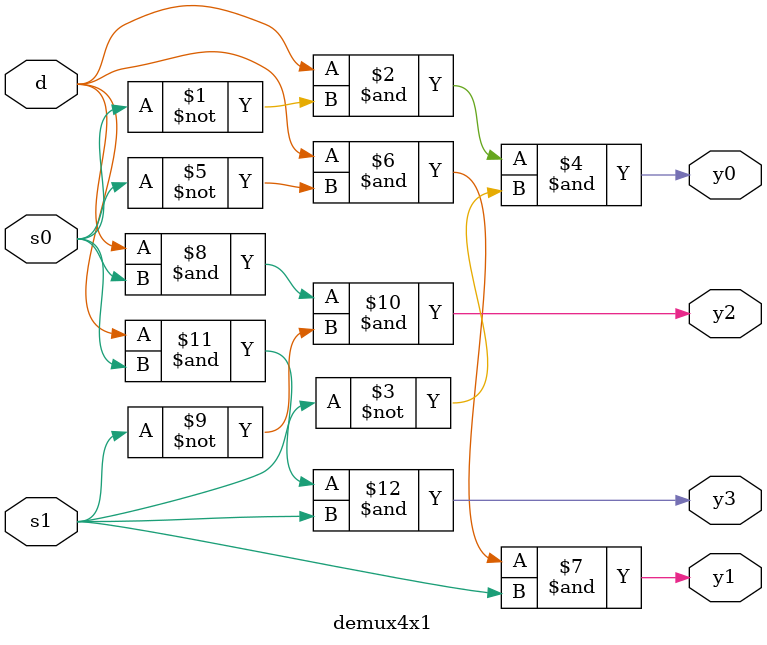
<source format=v>
`timescale 1ns / 1ps


module demux4x1(d,s0,s1,y0,y1,y2,y3);
input d,s0,s1;
output  y0,y1,y2,y3;
assign y0=d&(~s0)&(~s1);
assign y1=d&(~s0)&s1;
assign y2=d&s0&(~s1);
assign y3=d&s0&s1;
endmodule 



</source>
